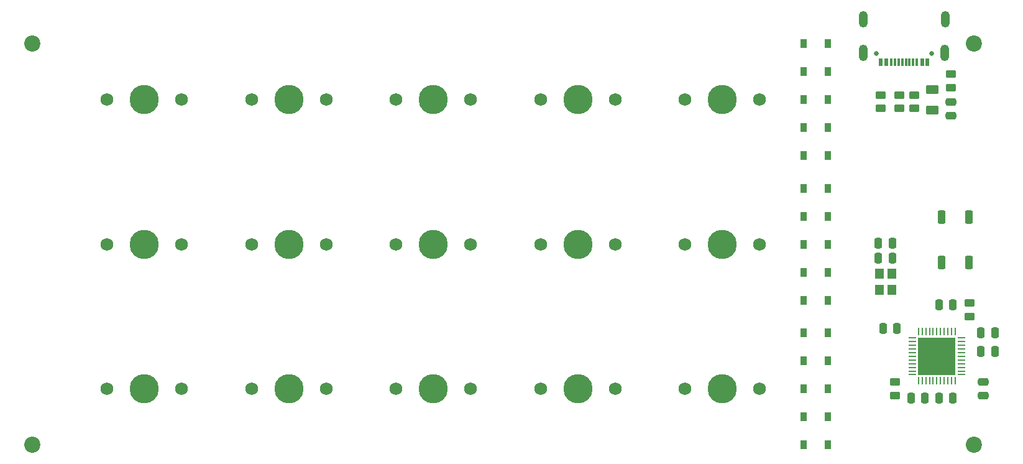
<source format=gts>
%TF.GenerationSoftware,KiCad,Pcbnew,(6.0.7)*%
%TF.CreationDate,2023-02-20T15:38:16+01:00*%
%TF.ProjectId,Soundboard,536f756e-6462-46f6-9172-642e6b696361,rev?*%
%TF.SameCoordinates,Original*%
%TF.FileFunction,Soldermask,Top*%
%TF.FilePolarity,Negative*%
%FSLAX46Y46*%
G04 Gerber Fmt 4.6, Leading zero omitted, Abs format (unit mm)*
G04 Created by KiCad (PCBNEW (6.0.7)) date 2023-02-20 15:38:16*
%MOMM*%
%LPD*%
G01*
G04 APERTURE LIST*
G04 Aperture macros list*
%AMRoundRect*
0 Rectangle with rounded corners*
0 $1 Rounding radius*
0 $2 $3 $4 $5 $6 $7 $8 $9 X,Y pos of 4 corners*
0 Add a 4 corners polygon primitive as box body*
4,1,4,$2,$3,$4,$5,$6,$7,$8,$9,$2,$3,0*
0 Add four circle primitives for the rounded corners*
1,1,$1+$1,$2,$3*
1,1,$1+$1,$4,$5*
1,1,$1+$1,$6,$7*
1,1,$1+$1,$8,$9*
0 Add four rect primitives between the rounded corners*
20,1,$1+$1,$2,$3,$4,$5,0*
20,1,$1+$1,$4,$5,$6,$7,0*
20,1,$1+$1,$6,$7,$8,$9,0*
20,1,$1+$1,$8,$9,$2,$3,0*%
G04 Aperture macros list end*
%ADD10RoundRect,0.250000X-0.450000X0.262500X-0.450000X-0.262500X0.450000X-0.262500X0.450000X0.262500X0*%
%ADD11RoundRect,0.250000X0.475000X-0.250000X0.475000X0.250000X-0.475000X0.250000X-0.475000X-0.250000X0*%
%ADD12C,1.750000*%
%ADD13C,3.987800*%
%ADD14RoundRect,0.250000X-0.250000X-0.475000X0.250000X-0.475000X0.250000X0.475000X-0.250000X0.475000X0*%
%ADD15R,0.900000X1.200000*%
%ADD16RoundRect,0.250000X-0.625000X0.375000X-0.625000X-0.375000X0.625000X-0.375000X0.625000X0.375000X0*%
%ADD17RoundRect,0.275000X0.275000X-0.625000X0.275000X0.625000X-0.275000X0.625000X-0.275000X-0.625000X0*%
%ADD18C,2.200000*%
%ADD19RoundRect,0.250000X0.250000X0.475000X-0.250000X0.475000X-0.250000X-0.475000X0.250000X-0.475000X0*%
%ADD20RoundRect,0.062500X0.475000X0.062500X-0.475000X0.062500X-0.475000X-0.062500X0.475000X-0.062500X0*%
%ADD21RoundRect,0.062500X0.062500X0.475000X-0.062500X0.475000X-0.062500X-0.475000X0.062500X-0.475000X0*%
%ADD22R,5.200000X5.200000*%
%ADD23RoundRect,0.250000X0.450000X-0.262500X0.450000X0.262500X-0.450000X0.262500X-0.450000X-0.262500X0*%
%ADD24C,0.650000*%
%ADD25R,0.540000X1.100000*%
%ADD26R,0.300000X1.100000*%
%ADD27O,1.200000X2.250000*%
%ADD28R,1.200000X1.400000*%
G04 APERTURE END LIST*
D10*
%TO.C,R3*%
X142367000Y-34925000D03*
X142367000Y-36750000D03*
%TD*%
%TO.C,R6*%
X139700000Y-74017500D03*
X139700000Y-75842500D03*
%TD*%
D11*
%TO.C,C1*%
X147320000Y-37780000D03*
X147320000Y-35880000D03*
%TD*%
D12*
%TO.C,SW1*%
X42545000Y-35560000D03*
D13*
X37465000Y-35560000D03*
D12*
X32385000Y-35560000D03*
%TD*%
%TO.C,SW6*%
X42545000Y-55245000D03*
X32385000Y-55245000D03*
D13*
X37465000Y-55245000D03*
%TD*%
D14*
%TO.C,C9*%
X137480000Y-55118000D03*
X139380000Y-55118000D03*
%TD*%
D13*
%TO.C,SW2*%
X57150000Y-35560000D03*
D12*
X52070000Y-35560000D03*
X62230000Y-35560000D03*
%TD*%
D11*
%TO.C,C2*%
X151765000Y-75880000D03*
X151765000Y-73980000D03*
%TD*%
D14*
%TO.C,C5*%
X141925000Y-76200000D03*
X143825000Y-76200000D03*
%TD*%
D15*
%TO.C,D8*%
X130555000Y-55245000D03*
X127255000Y-55245000D03*
%TD*%
%TO.C,D9*%
X130555000Y-59055000D03*
X127255000Y-59055000D03*
%TD*%
%TO.C,D15*%
X130555000Y-82550000D03*
X127255000Y-82550000D03*
%TD*%
D16*
%TO.C,F1*%
X144780000Y-34160000D03*
X144780000Y-36960000D03*
%TD*%
D17*
%TO.C,SW_R1*%
X146105000Y-51510000D03*
X146105000Y-57710000D03*
X149805000Y-57710000D03*
X149805000Y-51510000D03*
%TD*%
D15*
%TO.C,D13*%
X130555000Y-74930000D03*
X127255000Y-74930000D03*
%TD*%
D12*
%TO.C,SW5*%
X111125000Y-35560000D03*
D13*
X116205000Y-35560000D03*
D12*
X121285000Y-35560000D03*
%TD*%
%TO.C,SW14*%
X101600000Y-74930000D03*
D13*
X96520000Y-74930000D03*
D12*
X91440000Y-74930000D03*
%TD*%
D18*
%TO.C,REFM4*%
X150495000Y-82550000D03*
%TD*%
D15*
%TO.C,D4*%
X130555000Y-39370000D03*
X127255000Y-39370000D03*
%TD*%
D19*
%TO.C,C3*%
X147635000Y-63500000D03*
X145735000Y-63500000D03*
%TD*%
D18*
%TO.C,REFM2*%
X150495000Y-27940000D03*
%TD*%
D20*
%TO.C,U1*%
X148767500Y-73000000D03*
X148767500Y-72500000D03*
X148767500Y-72000000D03*
X148767500Y-71500000D03*
X148767500Y-71000000D03*
X148767500Y-70500000D03*
X148767500Y-70000000D03*
X148767500Y-69500000D03*
X148767500Y-69000000D03*
X148767500Y-68500000D03*
X148767500Y-68000000D03*
D21*
X147930000Y-67162500D03*
X147430000Y-67162500D03*
X146930000Y-67162500D03*
X146430000Y-67162500D03*
X145930000Y-67162500D03*
X145430000Y-67162500D03*
X144930000Y-67162500D03*
X144430000Y-67162500D03*
X143930000Y-67162500D03*
X143430000Y-67162500D03*
X142930000Y-67162500D03*
D20*
X142092500Y-68000000D03*
X142092500Y-68500000D03*
X142092500Y-69000000D03*
X142092500Y-69500000D03*
X142092500Y-70000000D03*
X142092500Y-70500000D03*
X142092500Y-71000000D03*
X142092500Y-71500000D03*
X142092500Y-72000000D03*
X142092500Y-72500000D03*
X142092500Y-73000000D03*
D21*
X142930000Y-73837500D03*
X143430000Y-73837500D03*
X143930000Y-73837500D03*
X144430000Y-73837500D03*
X144930000Y-73837500D03*
X145430000Y-73837500D03*
X145930000Y-73837500D03*
X146430000Y-73837500D03*
X146930000Y-73837500D03*
X147430000Y-73837500D03*
X147930000Y-73837500D03*
D22*
X145430000Y-70500000D03*
%TD*%
D18*
%TO.C,REFM1*%
X22225000Y-27940000D03*
%TD*%
D12*
%TO.C,SW8*%
X71755000Y-55245000D03*
D13*
X76835000Y-55245000D03*
D12*
X81915000Y-55245000D03*
%TD*%
D23*
%TO.C,R1*%
X137795000Y-36750000D03*
X137795000Y-34925000D03*
%TD*%
D15*
%TO.C,D11*%
X130555000Y-67310000D03*
X127255000Y-67310000D03*
%TD*%
%TO.C,D6*%
X130555000Y-47625000D03*
X127255000Y-47625000D03*
%TD*%
%TO.C,D12*%
X130555000Y-71120000D03*
X127255000Y-71120000D03*
%TD*%
D12*
%TO.C,SW9*%
X101600000Y-55245000D03*
D13*
X96520000Y-55245000D03*
D12*
X91440000Y-55245000D03*
%TD*%
D13*
%TO.C,SW15*%
X116205000Y-74930000D03*
D12*
X111125000Y-74930000D03*
X121285000Y-74930000D03*
%TD*%
D19*
%TO.C,C6*%
X140015000Y-66675000D03*
X138115000Y-66675000D03*
%TD*%
D15*
%TO.C,D14*%
X130555000Y-78740000D03*
X127255000Y-78740000D03*
%TD*%
D12*
%TO.C,SW12*%
X62230000Y-74930000D03*
D13*
X57150000Y-74930000D03*
D12*
X52070000Y-74930000D03*
%TD*%
D15*
%TO.C,D5*%
X130555000Y-43180000D03*
X127255000Y-43180000D03*
%TD*%
D12*
%TO.C,SW13*%
X71755000Y-74930000D03*
X81915000Y-74930000D03*
D13*
X76835000Y-74930000D03*
%TD*%
D19*
%TO.C,C8*%
X139380000Y-57150000D03*
X137480000Y-57150000D03*
%TD*%
D15*
%TO.C,D10*%
X130555000Y-62865000D03*
X127255000Y-62865000D03*
%TD*%
D12*
%TO.C,SW4*%
X91440000Y-35560000D03*
X101600000Y-35560000D03*
D13*
X96520000Y-35560000D03*
%TD*%
D24*
%TO.C,J1*%
X137210000Y-29272500D03*
X144710000Y-29272500D03*
D25*
X144160000Y-30472500D03*
X143410000Y-30472500D03*
D26*
X142210000Y-30472500D03*
X141210000Y-30472500D03*
X140710000Y-30472500D03*
X139710000Y-30472500D03*
D25*
X138510000Y-30472500D03*
X137760000Y-30472500D03*
X137760000Y-30472500D03*
X138510000Y-30472500D03*
D26*
X139210000Y-30472500D03*
X140210000Y-30472500D03*
X141710000Y-30472500D03*
X142710000Y-30472500D03*
D25*
X143410000Y-30472500D03*
X144160000Y-30472500D03*
D27*
X146555000Y-24592500D03*
X146535000Y-29192500D03*
X135385000Y-29192500D03*
X135405000Y-24592500D03*
%TD*%
D13*
%TO.C,SW11*%
X37465000Y-74930000D03*
D12*
X42545000Y-74930000D03*
X32385000Y-74930000D03*
%TD*%
D14*
%TO.C,C10*%
X151450000Y-69850000D03*
X153350000Y-69850000D03*
%TD*%
D12*
%TO.C,SW10*%
X111125000Y-55245000D03*
X121285000Y-55245000D03*
D13*
X116205000Y-55245000D03*
%TD*%
D19*
%TO.C,C7*%
X147635000Y-76200000D03*
X145735000Y-76200000D03*
%TD*%
D10*
%TO.C,R2*%
X140335000Y-34925000D03*
X140335000Y-36750000D03*
%TD*%
D15*
%TO.C,D1*%
X130555000Y-27940000D03*
X127255000Y-27940000D03*
%TD*%
D10*
%TO.C,R5*%
X149860000Y-63222500D03*
X149860000Y-65047500D03*
%TD*%
D15*
%TO.C,D2*%
X130555000Y-31750000D03*
X127255000Y-31750000D03*
%TD*%
D13*
%TO.C,SW7*%
X57150000Y-55245000D03*
D12*
X62230000Y-55245000D03*
X52070000Y-55245000D03*
%TD*%
D23*
%TO.C,R4*%
X147320000Y-33932500D03*
X147320000Y-32107500D03*
%TD*%
D12*
%TO.C,SW3*%
X81915000Y-35560000D03*
X71755000Y-35560000D03*
D13*
X76835000Y-35560000D03*
%TD*%
D15*
%TO.C,D3*%
X130555000Y-35560000D03*
X127255000Y-35560000D03*
%TD*%
D14*
%TO.C,C4*%
X151450000Y-67310000D03*
X153350000Y-67310000D03*
%TD*%
D18*
%TO.C,REFM3*%
X22225000Y-82550000D03*
%TD*%
D15*
%TO.C,D7*%
X130555000Y-51435000D03*
X127255000Y-51435000D03*
%TD*%
D28*
%TO.C,Y1*%
X139280000Y-61425000D03*
X139280000Y-59225000D03*
X137580000Y-59225000D03*
X137580000Y-61425000D03*
%TD*%
M02*

</source>
